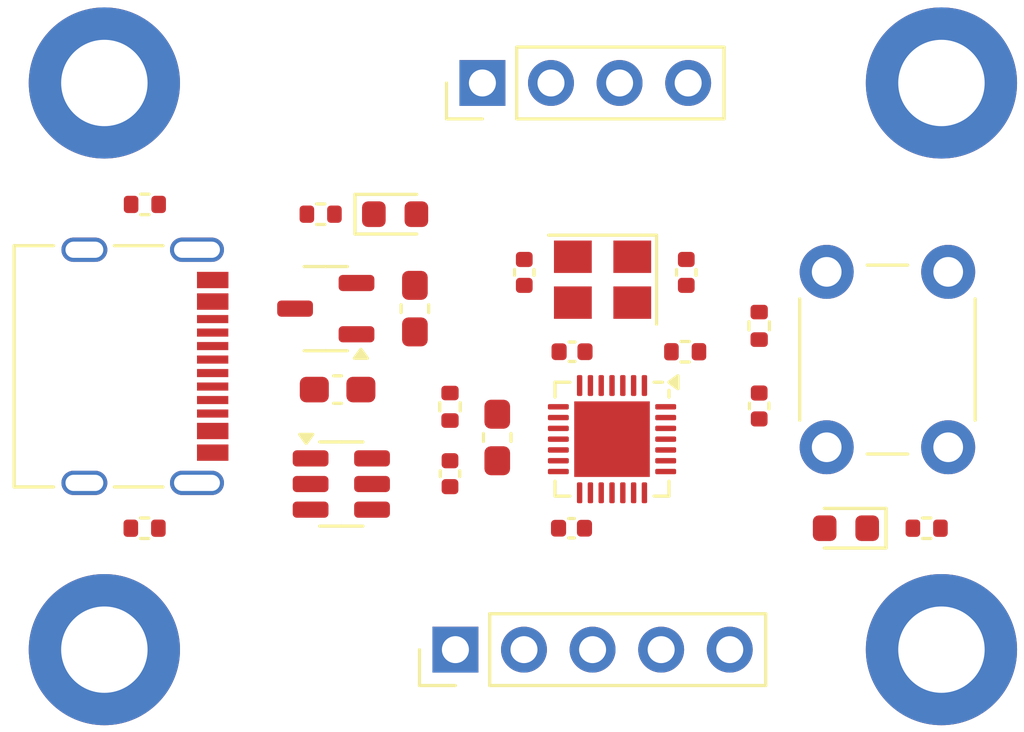
<source format=kicad_pcb>
(kicad_pcb (version 20240108) (generator "pcbnew") (generator_version "8.0")
  (layers (0 "F.Cu" signal "Top.Cu") (1 "In1.Cu" power "GND1.Cu") (2 "In2.Cu" power "GND2.Cu") (31 "B.Cu" signal "Bottom.Cu") (34 "B.Paste" user) (35 "F.Paste" user) (36 "B.SilkS" user "B.Silkscreen") (37 "F.SilkS" user "F.Silkscreen") (38 "B.Mask" user) (39 "F.Mask" user) (44 "Edge.Cuts" user))
  (net 0 "")
  (net 1 "VBUS")
  (net 2 "GND")
  (net 3 "+3.3V")
  (net 4 "/OSC_IN")
  (net 5 "/OSC_OUT")
  (net 6 "/SWITCH")
  (net 7 "/NRST")
  (net 8 "/LED_ON-")
  (net 9 "/LED_STATUS-")
  (net 10 "/LED")
  (net 11 "/USB_conn-")
  (net 12 "/CC2")
  (net 13 "/CC1")
  (net 14 "/USB_conn+")
  (net 17 "/SWDIO")
  (net 18 "/SWCLK")
  (net 19 "/UART_RX")
  (net 20 "/UART_TX")
  (net 21 "/BOOT0")
  (net 31 "/USB_DP")
  (net 32 "/USB_DM")
  (footprint "Resistor_SMD:R_0402_1005Metric" (layer "F.Cu") (at 130.01 91.8625 180)
    (property "Reference" "R3" (hide yes))
    (property "Value" "470" (hide yes))
    (fp_line (start -0.153641 0.38) (end 0.153641 0.38) (stroke (width 0.12)) (layer "F.SilkS"))
    (fp_line (start -0.153641 -0.38) (end 0.153641 -0.38) (stroke (width 0.12)) (layer "F.SilkS"))
    (pad "1" smd roundrect (at -0.51 0 180) (size 0.54 0.64) (layers "F.Cu" "F.Paste" "F.Mask") (net 8 "/LED_ON-"))
    (pad "2" smd roundrect (at 0.51 0 180) (size 0.54 0.64) (layers "F.Cu" "F.Paste" "F.Mask") (net 2 "GND"))
  )
  (footprint "Capacitor_SMD:C_0402_1005Metric" (layer "F.Cu") (at 143.55 94.02 -90)
    (property "Reference" "C6" (hide yes))
    (property "Value" "10pF" (hide yes))
    (fp_line (start -0.107836 0.36) (end 0.107836 0.36) (stroke (width 0.12)) (layer "F.SilkS"))
    (fp_line (start -0.107836 -0.36) (end 0.107836 -0.36) (stroke (width 0.12)) (layer "F.SilkS"))
    (pad "1" smd roundrect (at -0.48 0 270) (size 0.56 0.62) (layers "F.Cu" "F.Paste" "F.Mask") (net 4 "/OSC_IN"))
    (pad "2" smd roundrect (at 0.48 0 270) (size 0.56 0.62) (layers "F.Cu" "F.Paste" "F.Mask") (net 2 "GND"))
  )
  (footprint "Capacitor_SMD:C_0402_1005Metric" (layer "F.Cu") (at 139.32 96.96 180)
    (property "Reference" "C4" (hide yes))
    (property "Value" "100n" (hide yes))
    (fp_line (start -0.107836 0.36) (end 0.107836 0.36) (stroke (width 0.12)) (layer "F.SilkS"))
    (fp_line (start -0.107836 -0.36) (end 0.107836 -0.36) (stroke (width 0.12)) (layer "F.SilkS"))
    (pad "1" smd roundrect (at -0.48 0 180) (size 0.56 0.62) (layers "F.Cu" "F.Paste" "F.Mask") (net 3 "+3.3V"))
    (pad "2" smd roundrect (at 0.48 0 180) (size 0.56 0.62) (layers "F.Cu" "F.Paste" "F.Mask") (net 2 "GND"))
  )
  (footprint "Resistor_SMD:R_0402_1005Metric" (layer "F.Cu") (at 143.51 96.96 180)
    (property "Reference" "R7" (hide yes))
    (property "Value" "5k1" (hide yes))
    (fp_line (start -0.153641 0.38) (end 0.153641 0.38) (stroke (width 0.12)) (layer "F.SilkS"))
    (fp_line (start -0.153641 -0.38) (end 0.153641 -0.38) (stroke (width 0.12)) (layer "F.SilkS"))
    (pad "1" smd roundrect (at -0.51 0 180) (size 0.54 0.64) (layers "F.Cu" "F.Paste" "F.Mask") (net 2 "GND"))
    (pad "2" smd roundrect (at 0.51 0 180) (size 0.54 0.64) (layers "F.Cu" "F.Paste" "F.Mask") (net 21 "/BOOT0"))
  )
  (footprint "MountingHole:MountingHole_3.2mm_M3_DIN965_Pad" (layer "F.Cu") (at 122 87)
    (property "Reference" "H1" (hide yes))
    (property "Value" "MountingHole_Pad" (hide yes))
    (pad "1" thru_hole circle (at 0 0) (size 5.6 5.6) (drill 3.2) (layers "*.Cu" "*.Mask") (net 2 "GND"))
  )
  (footprint "MountingHole:MountingHole_3.2mm_M3_DIN965_Pad" (layer "F.Cu") (at 122 108)
    (property "Reference" "H3" (hide yes))
    (property "Value" "MountingHole_Pad" (hide yes))
    (pad "1" thru_hole circle (at 0 0) (size 5.6 5.6) (drill 3.2) (layers "*.Cu" "*.Mask") (net 2 "GND"))
  )
  (footprint "Resistor_SMD:R_0402_1005Metric" (layer "F.Cu") (at 123.5 91.5)
    (property "Reference" "R1" (hide yes))
    (property "Value" "5k1" (hide yes))
    (fp_line (start -0.153641 -0.38) (end 0.153641 -0.38) (stroke (width 0.12)) (layer "F.SilkS"))
    (fp_line (start -0.153641 0.38) (end 0.153641 0.38) (stroke (width 0.12)) (layer "F.SilkS"))
    (pad "1" smd roundrect (at -0.51 0) (size 0.54 0.64) (layers "F.Cu" "F.Paste" "F.Mask") (net 13 "/CC1"))
    (pad "2" smd roundrect (at 0.51 0) (size 0.54 0.64) (layers "F.Cu" "F.Paste" "F.Mask") (net 2 "GND"))
  )
  (footprint "Resistor_SMD:R_0402_1005Metric" (layer "F.Cu") (at 152.4525 103.5)
    (property "Reference" "R4" (hide yes))
    (property "Value" "470" (hide yes))
    (fp_line (start -0.153641 -0.38) (end 0.153641 -0.38) (stroke (width 0.12)) (layer "F.SilkS"))
    (fp_line (start -0.153641 0.38) (end 0.153641 0.38) (stroke (width 0.12)) (layer "F.SilkS"))
    (pad "1" smd roundrect (at -0.51 0) (size 0.54 0.64) (layers "F.Cu" "F.Paste" "F.Mask") (net 9 "/LED_STATUS-"))
    (pad "2" smd roundrect (at 0.51 0) (size 0.54 0.64) (layers "F.Cu" "F.Paste" "F.Mask") (net 2 "GND"))
  )
  (footprint "Capacitor_SMD:C_0402_1005Metric" (layer "F.Cu") (at 139.3 103.5 180)
    (property "Reference" "C5" (hide yes))
    (property "Value" "100n" (hide yes))
    (fp_line (start -0.107836 0.36) (end 0.107836 0.36) (stroke (width 0.12)) (layer "F.SilkS"))
    (fp_line (start -0.107836 -0.36) (end 0.107836 -0.36) (stroke (width 0.12)) (layer "F.SilkS"))
    (pad "1" smd roundrect (at -0.48 0 180) (size 0.56 0.62) (layers "F.Cu" "F.Paste" "F.Mask") (net 3 "+3.3V"))
    (pad "2" smd roundrect (at 0.48 0 180) (size 0.56 0.62) (layers "F.Cu" "F.Paste" "F.Mask") (net 2 "GND"))
  )
  (footprint "LED_SMD:LED_0603_1608Metric" (layer "F.Cu") (at 149.4625 103.5 180)
    (property "Reference" "D2" (hide yes))
    (property "Value" "LED" (hide yes))
    (fp_line (start 0.8 -0.735) (end -1.485 -0.735) (stroke (width 0.12)) (layer "F.SilkS"))
    (fp_line (start -1.485 0.735) (end 0.8 0.735) (stroke (width 0.12)) (layer "F.SilkS"))
    (fp_line (start -1.485 -0.735) (end -1.485 0.735) (stroke (width 0.12)) (layer "F.SilkS"))
    (pad "1" smd roundrect (at -0.7875 0 180) (size 0.875 0.95) (layers "F.Cu" "F.Paste" "F.Mask") (net 9 "/LED_STATUS-"))
    (pad "2" smd roundrect (at 0.7875 0 180) (size 0.875 0.95) (layers "F.Cu" "F.Paste" "F.Mask") (net 10 "/LED"))
  )
  (footprint "Package_TO_SOT_SMD:SOT-23-3" (layer "F.Cu") (at 130.2 95.3625 180)
    (property "Reference" "U3" (hide yes))
    (property "Value" "XC6206P332MR" (hide yes))
    (fp_line (start 0 1.56) (end 0.8 1.56) (stroke (width 0.12)) (layer "F.SilkS"))
    (fp_line (start 0 1.56) (end -0.8 1.56) (stroke (width 0.12)) (layer "F.SilkS"))
    (fp_line (start 0 -1.56) (end 0.8 -1.56) (stroke (width 0.12)) (layer "F.SilkS"))
    (fp_line (start 0 -1.56) (end -0.8 -1.56) (stroke (width 0.12)) (layer "F.SilkS"))
    (fp_poly (pts (xy -1.3 -1.51) (xy -1.54 -1.84) (xy -1.06 -1.84) (xy -1.3 -1.51)) (stroke (width 0.12)) (fill solid) (layer "F.SilkS"))
    (pad "1" smd roundrect (at -1.1375 -0.95 180) (size 1.325 0.6) (layers "F.Cu" "F.Paste" "F.Mask") (net 2 "GND"))
    (pad "2" smd roundrect (at -1.1375 0.95 180) (size 1.325 0.6) (layers "F.Cu" "F.Paste" "F.Mask") (net 3 "+3.3V"))
    (pad "3" smd roundrect (at 1.1375 0 180) (size 1.325 0.6) (layers "F.Cu" "F.Paste" "F.Mask") (net 1 "VBUS"))
  )
  (footprint "Resistor_SMD:R_0402_1005Metric" (layer "F.Cu") (at 134.8 99 -90)
    (property "Reference" "R6" (hide yes))
    (property "Value" "5k1" (hide yes))
    (fp_line (start -0.153641 0.38) (end 0.153641 0.38) (stroke (width 0.12)) (layer "F.SilkS"))
    (fp_line (start -0.153641 -0.38) (end 0.153641 -0.38) (stroke (width 0.12)) (layer "F.SilkS"))
    (pad "1" smd roundrect (at -0.51 0 270) (size 0.54 0.64) (layers "F.Cu" "F.Paste" "F.Mask") (net 3 "+3.3V"))
    (pad "2" smd roundrect (at 0.51 0 270) (size 0.54 0.64) (layers "F.Cu" "F.Paste" "F.Mask") (net 7 "/NRST"))
  )
  (footprint "Connector_PinHeader_2.54mm:PinHeader_1x04_P2.54mm_Vertical" (layer "F.Cu") (at 136 87 90)
    (property "Reference" "J3" (hide yes))
    (property "Value" "Conn_01x04_Pin" (hide yes))
    (fp_line (start -1.33 -1.33) (end 0 -1.33) (stroke (width 0.12)) (layer "F.SilkS"))
    (fp_line (start -1.33 0) (end -1.33 -1.33) (stroke (width 0.12)) (layer "F.SilkS"))
    (fp_line (start 1.33 1.27) (end 1.33 8.95) (stroke (width 0.12)) (layer "F.SilkS"))
    (fp_line (start -1.33 1.27) (end 1.33 1.27) (stroke (width 0.12)) (layer "F.SilkS"))
    (fp_line (start -1.33 1.27) (end -1.33 8.95) (stroke (width 0.12)) (layer "F.SilkS"))
    (fp_line (start -1.33 8.95) (end 1.33 8.95) (stroke (width 0.12)) (layer "F.SilkS"))
    (pad "1" thru_hole rect (at 0 0 90) (size 1.7 1.7) (drill 1) (layers "*.Cu" "*.Mask") (net 3 "+3.3V"))
    (pad "2" thru_hole oval (at 0 2.54 90) (size 1.7 1.7) (drill 1) (layers "*.Cu" "*.Mask") (net 20 "/UART_TX"))
    (pad "3" thru_hole oval (at 0 5.08 90) (size 1.7 1.7) (drill 1) (layers "*.Cu" "*.Mask") (net 19 "/UART_RX"))
    (pad "4" thru_hole oval (at 0 7.62 90) (size 1.7 1.7) (drill 1) (layers "*.Cu" "*.Mask") (net 2 "GND"))
  )
  (footprint "Capacitor_SMD:C_0402_1005Metric" (layer "F.Cu") (at 146.25 98.97 -90)
    (property "Reference" "C8" (hide yes))
    (property "Value" "100n" (hide yes))
    (fp_line (start -0.107836 0.36) (end 0.107836 0.36) (stroke (width 0.12)) (layer "F.SilkS"))
    (fp_line (start -0.107836 -0.36) (end 0.107836 -0.36) (stroke (width 0.12)) (layer "F.SilkS"))
    (pad "1" smd roundrect (at -0.48 0 270) (size 0.56 0.62) (layers "F.Cu" "F.Paste" "F.Mask") (net 6 "/SWITCH"))
    (pad "2" smd roundrect (at 0.48 0 270) (size 0.56 0.62) (layers "F.Cu" "F.Paste" "F.Mask") (net 2 "GND"))
  )
  (footprint "Capacitor_SMD:C_0402_1005Metric" (layer "F.Cu") (at 137.55 94.02 90)
    (property "Reference" "C7" (hide yes))
    (property "Value" "10pF" (hide yes))
    (fp_line (start -0.107836 -0.36) (end 0.107836 -0.36) (stroke (width 0.12)) (layer "F.SilkS"))
    (fp_line (start -0.107836 0.36) (end 0.107836 0.36) (stroke (width 0.12)) (layer "F.SilkS"))
    (pad "1" smd roundrect (at -0.48 0 90) (size 0.56 0.62) (layers "F.Cu" "F.Paste" "F.Mask") (net 5 "/OSC_OUT"))
    (pad "2" smd roundrect (at 0.48 0 90) (size 0.56 0.62) (layers "F.Cu" "F.Paste" "F.Mask") (net 2 "GND"))
  )
  (footprint "Capacitor_SMD:C_0603_1608Metric_Pad1.08x0.95mm_HandSolder" (layer "F.Cu") (at 130.6375 98.3625)
    (property "Reference" "C1" (hide yes))
    (property "Value" "1u" (hide yes))
    (fp_line (start -0.146267 -0.51) (end 0.146267 -0.51) (stroke (width 0.12)) (layer "F.SilkS"))
    (fp_line (start -0.146267 0.51) (end 0.146267 0.51) (stroke (width 0.12)) (layer "F.SilkS"))
    (pad "1" smd roundrect (at -0.8625 0) (size 1.075 0.95) (layers "F.Cu" "F.Paste" "F.Mask") (net 1 "VBUS"))
    (pad "2" smd roundrect (at 0.8625 0) (size 1.075 0.95) (layers "F.Cu" "F.Paste" "F.Mask") (net 2 "GND"))
  )
  (footprint "Connector_USB:USB_C_Receptacle_Palconn_UTC16-G" (layer "F.Cu") (at 123.5 97.5 -90)
    (property "Reference" "J1" (hide yes))
    (property "Value" "USB_C_Receptacle_USB2.0_16P_updated" (hide yes))
    (fp_line (start -4.47 4.84) (end -4.47 3.38) (stroke (width 0.12)) (layer "F.SilkS"))
    (fp_line (start 4.47 4.84) (end -4.47 4.84) (stroke (width 0.12)) (layer "F.SilkS"))
    (fp_line (start 4.47 4.84) (end 4.47 3.38) (stroke (width 0.12)) (layer "F.SilkS"))
    (fp_line (start -4.47 -0.67) (end -4.47 1.13) (stroke (width 0.12)) (layer "F.SilkS"))
    (fp_line (start 4.47 -0.67) (end 4.47 1.13) (stroke (width 0.12)) (layer "F.SilkS"))
    (pad "" np_thru_hole circle (at -2.89 -1.45 90) (size 0.6 0.6) (drill 0.6) (layers "*.Cu" "*.Mask"))
    (pad "" np_thru_hole circle (at 2.89 -1.45 90) (size 0.6 0.6) (drill 0.6) (layers "*.Cu" "*.Mask"))
    (pad "A1" smd rect (at -3.2 -2.51 270) (size 0.6 1.16) (layers "F.Cu" "F.Paste" "F.Mask") (net 2 "GND"))
    (pad "A4" smd rect (at -2.4 -2.51 270) (size 0.6 1.16) (layers "F.Cu" "F.Paste" "F.Mask") (net 1 "VBUS"))
    (pad "A5" smd rect (at -1.25 -2.51 90) (size 0.3 1.16) (layers "F.Cu" "F.Paste" "F.Mask") (net 13 "/CC1"))
    (pad "A6" smd rect (at -0.25 -2.51 90) (size 0.3 1.16) (layers "F.Cu" "F.Paste" "F.Mask") (net 14 "/USB_conn+"))
    (pad "A7" smd rect (at 0.25 -2.51 90) (size 0.3 1.16) (layers "F.Cu" "F.Paste" "F.Mask") (net 11 "/USB_conn-"))
    (pad "A8" smd rect (at 1.25 -2.51 90) (size 0.3 1.16) (layers "F.Cu" "F.Paste" "F.Mask"))
    (pad "A9" smd rect (at 2.4 -2.51 270) (size 0.6 1.16) (layers "F.Cu" "F.Paste" "F.Mask") (net 1 "VBUS"))
    (pad "A12" smd rect (at 3.2 -2.51 270) (size 0.6 1.16) (layers "F.Cu" "F.Paste" "F.Mask") (net 2 "GND"))
    (pad "B1" smd rect (at 3.2 -2.51 270) (size 0.6 1.16) (layers "F.Cu" "F.Paste" "F.Mask") (net 2 "GND"))
    (pad "B4" smd rect (at 2.4 -2.51 270) (size 0.6 1.16) (layers "F.Cu" "F.Paste" "F.Mask") (net 1 "VBUS"))
    (pad "B5" smd rect (at 1.75 -2.51 90) (size 0.3 1.16) (layers "F.Cu" "F.Paste" "F.Mask") (net 12 "/CC2"))
    (pad "B6" smd rect (at 0.75 -2.51 90) (size 0.3 1.16) (layers "F.Cu" "F.Paste" "F.Mask") (net 14 "/USB_conn+"))
    (pad "B7" smd rect (at -0.75 -2.51 90) (size 0.3 1.16) (layers "F.Cu" "F.Paste" "F.Mask") (net 11 "/USB_conn-"))
    (pad "B8" smd rect (at -1.75 -2.51 90) (size 0.3 1.16) (layers "F.Cu" "F.Paste" "F.Mask"))
    (pad "B9" smd rect (at -2.4 -2.51 270) (size 0.6 1.16) (layers "F.Cu" "F.Paste" "F.Mask") (net 1 "VBUS"))
    (pad "B12" smd rect (at -3.2 -2.51 270) (size 0.6 1.16) (layers "F.Cu" "F.Paste" "F.Mask") (net 2 "GND"))
    (pad "S1" thru_hole oval (at -4.32 -1.93) (size 2 0.9) (drill oval 1.7 0.6) (layers "*.Cu" "*.Mask") (net 2 "GND"))
    (pad "S1" thru_hole oval (at -4.32 2.24) (size 1.7 0.9) (drill oval 1.4 0.6) (layers "*.Cu" "*.Mask") (net 2 "GND"))
    (pad "S1" thru_hole oval (at 4.32 -1.93) (size 2 0.9) (drill oval 1.7 0.6) (layers "*.Cu" "*.Mask") (net 2 "GND"))
    (pad "S1" thru_hole oval (at 4.32 2.24) (size 1.7 0.9) (drill oval 1.4 0.6) (layers "*.Cu" "*.Mask") (net 2 "GND"))
  )
  (footprint "Package_DFN_QFN:QFN-28-1EP_4x4mm_P0.4mm_EP2.8x2.8mm" (layer "F.Cu") (at 140.8 100.2 -90)
    (property "Reference" "U1" (hide yes))
    (property "Value" "CH32V203G6U6" (hide yes))
    (fp_line (start -2.11 2.11) (end -2.11 1.56) (stroke (width 0.12)) (layer "F.SilkS"))
    (fp_line (start -1.56 2.11) (end -2.11 2.11) (stroke (width 0.12)) (layer "F.SilkS"))
    (fp_line (start 1.56 2.11) (end 2.11 2.11) (stroke (width 0.12)) (layer "F.SilkS"))
    (fp_line (start 2.11 2.11) (end 2.11 1.56) (stroke (width 0.12)) (layer "F.SilkS"))
    (fp_line (start -2.11 -1.56) (end -2.11 -1.87) (stroke (width 0.12)) (layer "F.SilkS"))
    (fp_line (start -1.56 -2.11) (end -1.81 -2.11) (stroke (width 0.12)) (layer "F.SilkS"))
    (fp_line (start 1.56 -2.11) (end 2.11 -2.11) (stroke (width 0.12)) (layer "F.SilkS"))
    (fp_line (start 2.11 -2.11) (end 2.11 -1.56) (stroke (width 0.12)) (layer "F.SilkS"))
    (fp_poly (pts (xy -2.11 -2.11) (xy -2.35 -2.44) (xy -1.87 -2.44) (xy -2.11 -2.11)) (stroke (width 0.12)) (fill solid) (layer "F.SilkS"))
    (pad "1" smd roundrect (at -1.9875 -1.2 270) (size 0.775 0.2) (layers "F.Cu" "F.Paste" "F.Mask") (net 21 "/BOOT0"))
    (pad "2" smd roundrect (at -1.9875 -0.8 270) (size 0.775 0.2) (layers "F.Cu" "F.Paste" "F.Mask") (net 4 "/OSC_IN"))
    (pad "3" smd roundrect (at -1.9875 -0.4 270) (size 0.775 0.2) (layers "F.Cu" "F.Paste" "F.Mask") (net 5 "/OSC_OUT"))
    (pad "4" smd roundrect (at -1.9875 0 270) (size 0.775 0.2) (layers "F.Cu" "F.Paste" "F.Mask") (net 7 "/NRST"))
    (pad "5" smd roundrect (at -1.9875 0.4 270) (size 0.775 0.2) (layers "F.Cu" "F.Paste" "F.Mask") (net 3 "+3.3V"))
    (pad "6" smd roundrect (at -1.9875 0.8 270) (size 0.775 0.2) (layers "F.Cu" "F.Paste" "F.Mask"))
    (pad "7" smd roundrect (at -1.9875 1.2 270) (size 0.775 0.2) (layers "F.Cu" "F.Paste" "F.Mask"))
    (pad "8" smd roundrect (at -1.2 1.9875 270) (size 0.2 0.775) (layers "F.Cu" "F.Paste" "F.Mask") (net 20 "/UART_TX"))
    (pad "9" smd roundrect (at -0.8 1.9875 270) (size 0.2 0.775) (layers "F.Cu" "F.Paste" "F.Mask") (net 19 "/UART_RX"))
    (pad "10" smd roundrect (at -0.4 1.9875 270) (size 0.2 0.775) (layers "F.Cu" "F.Paste" "F.Mask"))
    (pad "11" smd roundrect (at 0 1.9875 270) (size 0.2 0.775) (layers "F.Cu" "F.Paste" "F.Mask"))
    (pad "12" smd roundrect (at 0.4 1.9875 270) (size 0.2 0.775) (layers "F.Cu" "F.Paste" "F.Mask"))
    (pad "13" smd roundrect (at 0.8 1.9875 270) (size 0.2 0.775) (layers "F.Cu" "F.Paste" "F.Mask"))
    (pad "14" smd roundrect (at 1.2 1.9875 270) (size 0.2 0.775) (layers "F.Cu" "F.Paste" "F.Mask"))
    (pad "15" smd roundrect (at 1.9875 1.2 270) (size 0.775 0.2) (layers "F.Cu" "F.Paste" "F.Mask"))
    (pad "16" smd roundrect (at 1.9875 0.8 270) (size 0.775 0.2) (layers "F.Cu" "F.Paste" "F.Mask") (net 2 "GND"))
    (pad "17" smd roundrect (at 1.9875 0.4 270) (size 0.775 0.2) (layers "F.Cu" "F.Paste" "F.Mask") (net 3 "+3.3V"))
    (pad "18" smd roundrect (at 1.9875 0 270) (size 0.775 0.2) (layers "F.Cu" "F.Paste" "F.Mask"))
    (pad "19" smd roundrect (at 1.9875 -0.4 270) (size 0.775 0.2) (layers "F.Cu" "F.Paste" "F.Mask") (net 32 "/USB_DM"))
    (pad "20" smd roundrect (at 1.9875 -0.8 270) (size 0.775 0.2) (layers "F.Cu" "F.Paste" "F.Mask") (net 31 "/USB_DP"))
    (pad "21" smd roundrect (at 1.9875 -1.2 270) (size 0.775 0.2) (layers "F.Cu" "F.Paste" "F.Mask") (net 17 "/SWDIO"))
    (pad "22" smd roundrect (at 1.2 -1.9875 270) (size 0.2 0.775) (layers "F.Cu" "F.Paste" "F.Mask") (net 18 "/SWCLK"))
    (pad "23" smd roundrect (at 0.8 -1.9875 270) (size 0.2 0.775) (layers "F.Cu" "F.Paste" "F.Mask") (net 10 "/LED"))
    (pad "24" smd roundrect (at 0.4 -1.9875 270) (size 0.2 0.775) (layers "F.Cu" "F.Paste" "F.Mask") (net 6 "/SWITCH"))
    (pad "25" smd roundrect (at 0 -1.9875 270) (size 0.2 0.775) (layers "F.Cu" "F.Paste" "F.Mask"))
    (pad "26" smd roundrect (at -0.4 -1.9875 270) (size 0.2 0.775) (layers "F.Cu" "F.Paste" "F.Mask"))
    (pad "27" smd roundrect (at -0.8 -1.9875 270) (size 0.2 0.775) (layers "F.Cu" "F.Paste" "F.Mask"))
    (pad "28" smd roundrect (at -1.2 -1.9875 270) (size 0.2 0.775) (layers "F.Cu" "F.Paste" "F.Mask"))
    (pad "29" smd rect (at 0 0 270) (size 2.8 2.8) (property pad_prop_heatsink) (layers "F.Cu" "F.Mask") (net 2 "GND"))
  )
  (footprint "Capacitor_SMD:C_0603_1608Metric_Pad1.08x0.95mm_HandSolder" (layer "F.Cu") (at 136.55 100.1375 90)
    (property "Reference" "C3" (hide yes))
    (property "Value" "4u7" (hide yes))
    (fp_line (start -0.146267 -0.51) (end 0.146267 -0.51) (stroke (width 0.12)) (layer "F.SilkS"))
    (fp_line (start -0.146267 0.51) (end 0.146267 0.51) (stroke (width 0.12)) (layer "F.SilkS"))
    (pad "1" smd roundrect (at -0.8625 0 90) (size 1.075 0.95) (layers "F.Cu" "F.Paste" "F.Mask") (net 3 "+3.3V"))
    (pad "2" smd roundrect (at 0.8625 0 90) (size 1.075 0.95) (layers "F.Cu" "F.Paste" "F.Mask") (net 2 "GND"))
  )
  (footprint "Capacitor_SMD:C_0603_1608Metric_Pad1.08x0.95mm_HandSolder" (layer "F.Cu") (at 133.5 95.3625 -90)
    (property "Reference" "C2" (hide yes))
    (property "Value" "1u" (hide yes))
    (fp_line (start -0.146267 0.51) (end 0.146267 0.51) (stroke (width 0.12)) (layer "F.SilkS"))
    (fp_line (start -0.146267 -0.51) (end 0.146267 -0.51) (stroke (width 0.12)) (layer "F.SilkS"))
    (pad "1" smd roundrect (at -0.8625 0 270) (size 1.075 0.95) (layers "F.Cu" "F.Paste" "F.Mask") (net 3 "+3.3V"))
    (pad "2" smd roundrect (at 0.8625 0 270) (size 1.075 0.95) (layers "F.Cu" "F.Paste" "F.Mask") (net 2 "GND"))
  )
  (footprint "Button_Switch_THT:SW_PUSH_6mm_H4.3mm" (layer "F.Cu") (at 148.75 100.5 90)
    (property "Reference" "SW1" (hide yes))
    (property "Value" "SW_Push" (hide yes))
    (fp_line (start 5.5 -1) (end 1 -1) (stroke (width 0.12)) (layer "F.SilkS"))
    (fp_line (start -0.25 1.5) (end -0.25 3) (stroke (width 0.12)) (layer "F.SilkS"))
    (fp_line (start 6.75 3) (end 6.75 1.5) (stroke (width 0.12)) (layer "F.SilkS"))
    (fp_line (start 1 5.5) (end 5.5 5.5) (stroke (width 0.12)) (layer "F.SilkS"))
    (pad "1" thru_hole circle (at 0 0 180) (size 2 2) (drill 1.1) (layers "*.Cu" "*.Mask") (net 6 "/SWITCH"))
    (pad "1" thru_hole circle (at 6.5 0 180) (size 2 2) (drill 1.1) (layers "*.Cu" "*.Mask") (net 6 "/SWITCH"))
    (pad "2" thru_hole circle (at 0 4.5 180) (size 2 2) (drill 1.1) (layers "*.Cu" "*.Mask") (net 2 "GND"))
    (pad "2" thru_hole circle (at 6.5 4.5 180) (size 2 2) (drill 1.1) (layers "*.Cu" "*.Mask") (net 2 "GND"))
  )
  (footprint "Crystal:Crystal_SMD_3225-4Pin_3.2x2.5mm" (layer "F.Cu") (at 140.45 94.29 180)
    (property "Reference" "X1" (hide yes))
    (property "Value" "16MHz" (hide yes))
    (fp_line (start -2 1.65) (end 2 1.65) (stroke (width 0.12)) (layer "F.SilkS"))
    (fp_line (start -2 -1.65) (end -2 1.65) (stroke (width 0.12)) (layer "F.SilkS"))
    (pad "1" smd rect (at -1.1 0.85 180) (size 1.4 1.2) (layers "F.Cu" "F.Paste" "F.Mask") (net 4 "/OSC_IN"))
    (pad "2" smd rect (at 1.1 0.85 180) (size 1.4 1.2) (layers "F.Cu" "F.Paste" "F.Mask") (net 2 "GND"))
    (pad "3" smd rect (at 1.1 -0.85 180) (size 1.4 1.2) (layers "F.Cu" "F.Paste" "F.Mask") (net 5 "/OSC_OUT"))
    (pad "4" smd rect (at -1.1 -0.85 180) (size 1.4 1.2) (layers "F.Cu" "F.Paste" "F.Mask") (net 2 "GND"))
  )
  (footprint "MountingHole:MountingHole_3.2mm_M3_DIN965_Pad" (layer "F.Cu") (at 153 87)
    (property "Reference" "H2" (hide yes))
    (property "Value" "MountingHole_Pad" (hide yes))
    (pad "1" thru_hole circle (at 0 0) (size 5.6 5.6) (drill 3.2) (layers "*.Cu" "*.Mask") (net 2 "GND"))
  )
  (footprint "MountingHole:MountingHole_3.2mm_M3_DIN965_Pad" (layer "F.Cu") (at 153 108)
    (property "Reference" "H4" (hide yes))
    (property "Value" "MountingHole_Pad" (hide yes))
    (pad "1" thru_hole circle (at 0 0) (size 5.6 5.6) (drill 3.2) (layers "*.Cu" "*.Mask") (net 2 "GND"))
  )
  (footprint "Capacitor_SMD:C_0402_1005Metric" (layer "F.Cu") (at 134.8 101.48 -90)
    (property "Reference" "C9" (hide yes))
    (property "Value" "100n" (hide yes))
    (fp_line (start -0.107836 0.36) (end 0.107836 0.36) (stroke (width 0.12)) (layer "F.SilkS"))
    (fp_line (start -0.107836 -0.36) (end 0.107836 -0.36) (stroke (width 0.12)) (layer "F.SilkS"))
    (pad "1" smd roundrect (at -0.48 0 270) (size 0.56 0.62) (layers "F.Cu" "F.Paste" "F.Mask") (net 7 "/NRST"))
    (pad "2" smd roundrect (at 0.48 0 270) (size 0.56 0.62) (layers "F.Cu" "F.Paste" "F.Mask") (net 2 "GND"))
  )
  (footprint "Package_TO_SOT_SMD:SOT-23-6" (layer "F.Cu") (at 130.775 101.8625)
    (property "Reference" "U2" (hide yes))
    (property "Value" "USBLC6-2SC6" (hide yes))
    (fp_line (start 0 -1.56) (end -0.8 -1.56) (stroke (width 0.12)) (layer "F.SilkS"))
    (fp_line (start 0 -1.56) (end 0.8 -1.56) (stroke (width 0.12)) (layer "F.SilkS"))
    (fp_line (start 0 1.56) (end -0.8 1.56) (stroke (width 0.12)) (layer "F.SilkS"))
    (fp_line (start 0 1.56) (end 0.8 1.56) (stroke (width 0.12)) (layer "F.SilkS"))
    (fp_poly (pts (xy -1.3 -1.51) (xy -1.54 -1.84) (xy -1.06 -1.84) (xy -1.3 -1.51)) (stroke (width 0.12)) (fill solid) (layer "F.SilkS"))
    (pad "1" smd roundrect (at -1.1375 -0.95) (size 1.325 0.6) (layers "F.Cu" "F.Paste" "F.Mask") (net 11 "/USB_conn-"))
    (pad "2" smd roundrect (at -1.1375 0) (size 1.325 0.6) (layers "F.Cu" "F.Paste" "F.Mask") (net 2 "GND"))
    (pad "3" smd roundrect (at -1.1375 0.95) (size 1.325 0.6) (layers "F.Cu" "F.Paste" "F.Mask") (net 14 "/USB_conn+"))
    (pad "4" smd roundrect (at 1.1375 0.95) (size 1.325 0.6) (layers "F.Cu" "F.Paste" "F.Mask") (net 31 "/USB_DP"))
    (pad "5" smd roundrect (at 1.1375 0) (size 1.325 0.6) (layers "F.Cu" "F.Paste" "F.Mask") (net 1 "VBUS"))
    (pad "6" smd roundrect (at 1.1375 -0.95) (size 1.325 0.6) (layers "F.Cu" "F.Paste" "F.Mask") (net 32 "/USB_DM"))
  )
  (footprint "Connector_PinHeader_2.54mm:PinHeader_1x05_P2.54mm_Vertical" (layer "F.Cu") (at 135 108 90)
    (property "Reference" "J2" (hide yes))
    (property "Value" "Conn_01x05_Pin" (hide yes))
    (fp_line (start -1.33 -1.33) (end 0 -1.33) (stroke (width 0.12)) (layer "F.SilkS"))
    (fp_line (start -1.33 0) (end -1.33 -1.33) (stroke (width 0.12)) (layer "F.SilkS"))
    (fp_line (start 1.33 1.27) (end 1.33 11.49) (stroke (width 0.12)) (layer "F.SilkS"))
    (fp_line (start -1.33 1.27) (end 1.33 1.27) (stroke (width 0.12)) (layer "F.SilkS"))
    (fp_line (start -1.33 1.27) (end -1.33 11.49) (stroke (width 0.12)) (layer "F.SilkS"))
    (fp_line (start -1.33 11.49) (end 1.33 11.49) (stroke (width 0.12)) (layer "F.SilkS"))
    (pad "1" thru_hole rect (at 0 0 90) (size 1.7 1.7) (drill 1) (layers "*.Cu" "*.Mask") (net 3 "+3.3V"))
    (pad "2" thru_hole oval (at 0 2.54 90) (size 1.7 1.7) (drill 1) (layers "*.Cu" "*.Mask") (net 17 "/SWDIO"))
    (pad "3" thru_hole oval (at 0 5.08 90) (size 1.7 1.7) (drill 1) (layers "*.Cu" "*.Mask") (net 18 "/SWCLK"))
    (pad "4" thru_hole oval (at 0 7.62 90) (size 1.7 1.7) (drill 1) (layers "*.Cu" "*.Mask") (net 7 "/NRST"))
    (pad "5" thru_hole oval (at 0 10.16 90) (size 1.7 1.7) (drill 1) (layers "*.Cu" "*.Mask") (net 2 "GND"))
  )
  (footprint "Resistor_SMD:R_0402_1005Metric" (layer "F.Cu") (at 146.25 96 -90)
    (property "Reference" "R5" (hide yes))
    (property "Value" "5k1" (hide yes))
    (fp_line (start -0.153641 0.38) (end 0.153641 0.38) (stroke (width 0.12)) (layer "F.SilkS"))
    (fp_line (start -0.153641 -0.38) (end 0.153641 -0.38) (stroke (width 0.12)) (layer "F.SilkS"))
    (pad "1" smd roundrect (at -0.51 0 270) (size 0.54 0.64) (layers "F.Cu" "F.Paste" "F.Mask") (net 3 "+3.3V"))
    (pad "2" smd roundrect (at 0.51 0 270) (size 0.54 0.64) (layers "F.Cu" "F.Paste" "F.Mask") (net 6 "/SWITCH"))
  )
  (footprint "Resistor_SMD:R_0402_1005Metric" (layer "F.Cu") (at 123.49 103.5)
    (property "Reference" "R2" (hide yes))
    (property "Value" "5k1" (hide yes))
    (fp_line (start -0.153641 -0.38) (end 0.153641 -0.38) (stroke (width 0.12)) (layer "F.SilkS"))
    (fp_line (start -0.153641 0.38) (end 0.153641 0.38) (stroke (width 0.12)) (layer "F.SilkS"))
    (pad "1" smd roundrect (at -0.51 0) (size 0.54 0.64) (layers "F.Cu" "F.Paste" "F.Mask") (net 12 "/CC2"))
    (pad "2" smd roundrect (at 0.51 0) (size 0.54 0.64) (layers "F.Cu" "F.Paste" "F.Mask") (net 2 "GND"))
  )
  (footprint "LED_SMD:LED_0603_1608Metric" (layer "F.Cu") (at 132.7675 91.8625)
    (property "Reference" "D1" (hide yes))
    (property "Value" "LED" (hide yes))
    (fp_line (start -1.485 -0.735) (end -1.485 0.735) (stroke (width 0.12)) (layer "F.SilkS"))
    (fp_line (start -1.485 0.735) (end 0.8 0.735) (stroke (width 0.12)) (layer "F.SilkS"))
    (fp_line (start 0.8 -0.735) (end -1.485 -0.735) (stroke (width 0.12)) (layer "F.SilkS"))
    (pad "1" smd roundrect (at -0.7875 0) (size 0.875 0.95) (layers "F.Cu" "F.Paste" "F.Mask") (net 8 "/LED_ON-"))
    (pad "2" smd roundrect (at 0.7875 0) (size 0.875 0.95) (layers "F.Cu" "F.Paste" "F.Mask") (net 3 "+3.3V"))
  )
)
</source>
